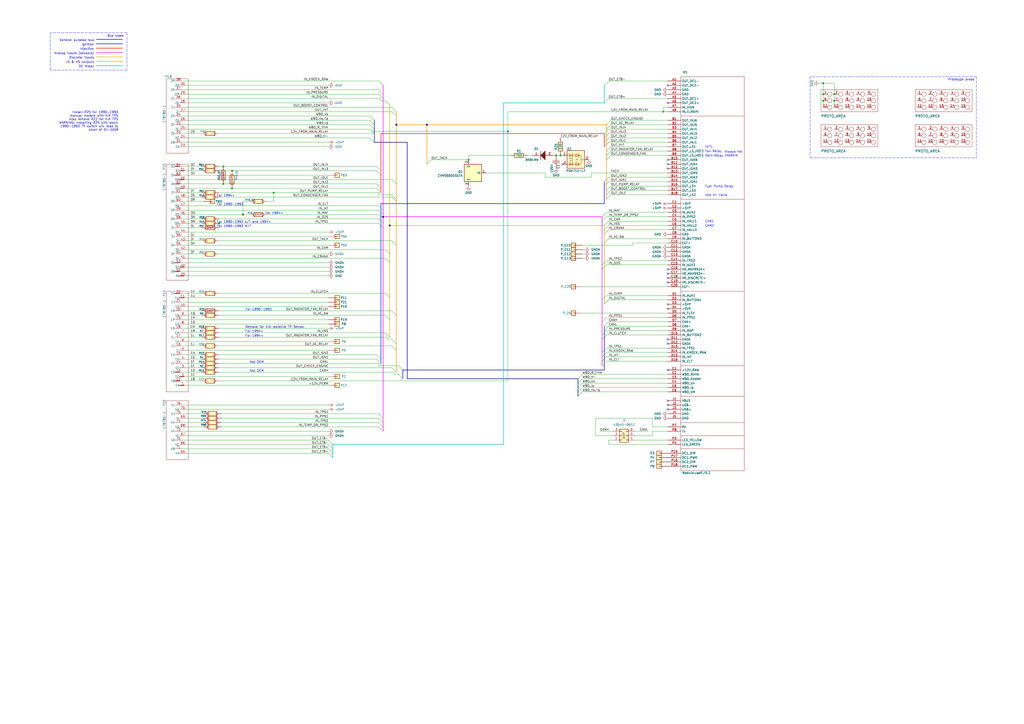
<source format=kicad_sch>
(kicad_sch (version 20230121) (generator eeschema)
  (paper "A2")
  (junction (at 483.87 54.61))
  (junction (at 477.52 54.61))
  (junction (at 271.78 92.71))
  (junction (at 134.62 109.22))
  (junction (at 140.97 124.46) (diameter 1.016))
  (junction (at 384.81 64.77))
  (junction (at 158.75 111.76))
  (junction (at 483.87 58.42))
  (junction (at 325.12 90.17))
  (junction (at 477.52 48.26))
  (junction (at 247.65 72.39))
  (junction (at 129.54 96.52))
  (junction (at 322.58 90.17))
  (junction (at 477.52 58.42))
  (junction (at 294.64 76.2))
  (junction (at 222.25 125.73))
  (junction (at 134.62 99.06))
  (junction (at 226.06 130.81))
  (junction (at 127 129.54))
  (junction (at 129.54 106.68))
  (junction (at 229.87 72.39))
  (no_connect (at 387.35 158.75))
  (no_connect (at 387.35 199.39))
  (no_connect (at 387.35 234.95))
  (no_connect (at 387.35 176.53))
  (no_connect (at 387.35 95.25))
  (no_connect (at 387.35 232.41))
  (no_connect (at 387.35 237.49))
  (no_connect (at 387.35 97.79))
  (no_connect (at 387.35 161.29))
  (no_connect (at 387.35 214.63))
  (no_connect (at 387.35 92.71))
  (no_connect (at 387.35 163.83))
  (no_connect (at 387.35 49.53))
  (no_connect (at 387.35 156.21))
  (no_connect (at 387.35 59.69))
  (no_connect (at 326.39 95.25))
  (no_connect (at 387.35 179.07))
  (no_connect (at 387.35 196.85))
  (bus_entry (at 337.82 217.17) (size -2.54 2.54))
  (bus_entry (at 337.82 219.71) (size -2.54 2.54))
  (bus_entry (at 227.33 139.7) (size 2.54 2.54))
  (bus_entry (at 227.33 180.34) (size 2.54 2.54))
  (bus_entry (at 354.33 85.09) (size -2.54 2.54))
  (bus_entry (at 219.71 52.07) (size 2.54 2.54))
  (bus_entry (at 354.33 107.95) (size -2.54 2.54))
  (bus_entry (at 219.71 119.38) (size 2.54 2.54))
  (bus_entry (at 223.52 149.86) (size 2.54 2.54))
  (bus_entry (at 190.5 255.27) (size 2.54 2.54))
  (bus_entry (at 351.79 184.15) (size -2.54 2.54))
  (bus_entry (at 227.33 113.03) (size 2.54 2.54))
  (bus_entry (at 218.44 109.22) (size 2.54 2.54))
  (bus_entry (at 353.06 46.99) (size -2.54 2.54))
  (bus_entry (at 351.79 125.73) (size -2.54 2.54))
  (bus_entry (at 218.44 208.28) (size 2.54 2.54))
  (bus_entry (at 353.06 189.23) (size -2.54 2.54))
  (bus_entry (at 227.33 196.85) (size 2.54 2.54))
  (bus_entry (at 351.79 194.31) (size -2.54 2.54))
  (bus_entry (at 354.33 69.85) (size -2.54 2.54))
  (bus_entry (at 218.44 205.74) (size 2.54 2.54))
  (bus_entry (at 354.33 110.49) (size -2.54 2.54))
  (bus_entry (at 219.71 242.57) (size 2.54 2.54))
  (bus_entry (at 219.71 127) (size 2.54 2.54))
  (bus_entry (at 190.5 262.89) (size 2.54 2.54))
  (bus_entry (at 219.71 124.46) (size 2.54 2.54))
  (bus_entry (at 337.82 227.33) (size -2.54 2.54))
  (bus_entry (at 353.06 105.41) (size -2.54 2.54))
  (bus_entry (at 353.06 173.99) (size -2.54 2.54))
  (bus_entry (at 190.5 260.35) (size 2.54 2.54))
  (bus_entry (at 214.63 80.01) (size 2.54 2.54))
  (bus_entry (at 223.52 182.88) (size 2.54 2.54))
  (bus_entry (at 218.44 106.68) (size 2.54 2.54))
  (bus_entry (at 218.44 96.52) (size 2.54 2.54))
  (bus_entry (at 223.52 170.18) (size 2.54 2.54))
  (bus_entry (at 354.33 90.17) (size -2.54 2.54))
  (bus_entry (at 223.52 58.42) (size 2.54 2.54))
  (bus_entry (at 219.71 54.61) (size 2.54 2.54))
  (bus_entry (at 351.79 201.93) (size -2.54 2.54))
  (bus_entry (at 351.79 207.01) (size -2.54 2.54))
  (bus_entry (at 337.82 224.79) (size -2.54 2.54))
  (bus_entry (at 227.33 200.66) (size 2.54 2.54))
  (bus_entry (at 214.63 67.31) (size 2.54 2.54))
  (bus_entry (at 353.06 82.55) (size -2.54 2.54))
  (bus_entry (at 214.63 69.85) (size 2.54 2.54))
  (bus_entry (at 223.52 193.04) (size 2.54 2.54))
  (bus_entry (at 231.14 212.09) (size 2.54 2.54))
  (bus_entry (at 354.33 72.39) (size -2.54 2.54))
  (bus_entry (at 351.79 151.13) (size -2.54 2.54))
  (bus_entry (at 351.79 204.47) (size -2.54 2.54))
  (bus_entry (at 219.71 247.65) (size 2.54 2.54))
  (bus_entry (at 351.79 191.77) (size -2.54 2.54))
  (bus_entry (at 227.33 62.23) (size 2.54 2.54))
  (bus_entry (at 353.06 102.87) (size -2.54 2.54))
  (bus_entry (at 353.06 74.93) (size -2.54 2.54))
  (bus_entry (at 219.71 121.92) (size 2.54 2.54))
  (bus_entry (at 219.71 245.11) (size 2.54 2.54))
  (bus_entry (at 351.79 171.45) (size -2.54 2.54))
  (bus_entry (at 219.71 129.54) (size 2.54 2.54))
  (bus_entry (at 190.5 257.81) (size 2.54 2.54))
  (bus_entry (at 351.79 209.55) (size -2.54 2.54))
  (bus_entry (at 351.79 153.67) (size -2.54 2.54))
  (bus_entry (at 214.63 72.39) (size 2.54 2.54))
  (bus_entry (at 354.33 87.63) (size -2.54 2.54))
  (bus_entry (at 219.71 46.99) (size 2.54 2.54))
  (bus_entry (at 218.44 99.06) (size 2.54 2.54))
  (bus_entry (at 353.06 130.81) (size -2.54 2.54))
  (bus_entry (at 214.63 74.93) (size 2.54 2.54))
  (bus_entry (at 227.33 64.77) (size 2.54 2.54))
  (bus_entry (at 227.33 104.14) (size 2.54 2.54))
  (bus_entry (at 337.82 222.25) (size -2.54 2.54))
  (bus_entry (at 353.06 57.15) (size -2.54 2.54))
  (bus_entry (at 353.06 128.27) (size -2.54 2.54))
  (bus_entry (at 353.06 80.01) (size -2.54 2.54))
  (bus_entry (at 353.06 186.69) (size -2.54 2.54))
  (bus_entry (at 353.06 133.35) (size -2.54 2.54))
  (bus_entry (at 353.06 77.47) (size -2.54 2.54))
  (bus_entry (at 351.79 123.19) (size -2.54 2.54))
  (bus_entry (at 219.71 240.03) (size 2.54 2.54))
  (bus_entry (at 227.33 114.3) (size 2.54 2.54))
  (bus_entry (at 223.52 144.78) (size 2.54 2.54))
  (bus_entry (at 353.06 138.43) (size -2.54 2.54))
  (bus_entry (at 354.33 113.03) (size -2.54 2.54))
  (bus_entry (at 250.19 92.71) (size -2.54 2.54))
  (bus_entry (at 227.33 213.36) (size 2.54 2.54))
  (bus_entry (at 231.14 217.17) (size 2.54 2.54))
  (bus (pts (xy 349.25 125.73) (xy 349.25 128.27)) (stroke (width 0) (color 255 0 255 1)))
  (wire (pts (xy 353.06 189.23) (xy 387.35 189.23)))
  (wire (pts (xy 339.09 144.78) (xy 337.82 144.78)))
  (wire (pts (xy 351.79 207.01) (xy 387.35 207.01)))
  (wire (pts (xy 140.97 124.46) (xy 107.95 124.46)))
  (wire (pts (xy 128.27 242.57) (xy 219.71 242.57)))
  (wire (pts (xy 107.95 223.52) (xy 190.5 223.52)))
  (bus (pts (xy 222.25 127) (xy 222.25 125.73)) (stroke (width 0) (color 255 0 255 1)))
  (wire (pts (xy 105.41 62.23) (xy 227.33 62.23)))
  (bus (pts (xy 71.12 25.4) (xy 55.88 25.4)) (stroke (width 0.3048) (color 0 0 255 1)))
  (wire (pts (xy 353.06 46.99) (xy 387.35 46.99)))
  (bus (pts (xy 71.12 27.94) (xy 55.88 27.94)) (stroke (width 0.3048) (color 255 0 0 1)))
  (bus (pts (xy 226.06 172.72) (xy 226.06 185.42)) (stroke (width 0) (color 194 194 0 1)))
  (bus (pts (xy 292.1 257.81) (xy 193.04 257.81)) (stroke (width 0) (color 0 194 194 1)))
  (bus (pts (xy 349.25 156.21) (xy 349.25 173.99)) (stroke (width 0) (color 255 0 255 1)))
  (wire (pts (xy 154.94 116.84) (xy 158.75 116.84)))
  (bus (pts (xy 222.25 124.46) (xy 222.25 125.73)) (stroke (width 0) (color 255 0 255 1)))
  (bus (pts (xy 229.87 72.39) (xy 247.65 72.39)) (stroke (width 0) (color 255 153 0 1)))
  (wire (pts (xy 351.79 204.47) (xy 387.35 204.47)))
  (wire (pts (xy 325.12 90.17) (xy 322.58 90.17)))
  (wire (pts (xy 154.94 124.46) (xy 219.71 124.46)))
  (bus (pts (xy 193.04 262.89) (xy 193.04 265.43)) (stroke (width 0) (color 0 194 194 1)))
  (wire (pts (xy 105.41 147.32) (xy 116.84 147.32)))
  (wire (pts (xy 127 99.06) (xy 134.62 99.06)))
  (bus (pts (xy 351.79 74.93) (xy 351.79 87.63)) (stroke (width 0) (color 255 153 0 1)))
  (bus (pts (xy 229.87 64.77) (xy 229.87 67.31)) (stroke (width 0) (color 255 153 0 1)))
  (bus (pts (xy 222.25 129.54) (xy 222.25 127)) (stroke (width 0) (color 255 0 255 1)))
  (wire (pts (xy 337.82 181.61) (xy 387.35 181.61)))
  (bus (pts (xy 229.87 72.39) (xy 229.87 106.68)) (stroke (width 0) (color 255 153 0 1)))
  (wire (pts (xy 105.41 67.31) (xy 214.63 67.31)))
  (bus (pts (xy 229.87 116.84) (xy 229.87 142.24)) (stroke (width 0) (color 255 153 0 1)))
  (wire (pts (xy 190.5 175.26) (xy 105.41 175.26)))
  (wire (pts (xy 354.33 110.49) (xy 387.35 110.49)))
  (wire (pts (xy 477.52 58.42) (xy 477.52 62.23)))
  (bus (pts (xy 193.04 260.35) (xy 193.04 262.89)) (stroke (width 0) (color 0 194 194 1)))
  (bus (pts (xy 217.17 82.55) (xy 236.22 82.55)))
  (wire (pts (xy 105.41 255.27) (xy 190.5 255.27)))
  (polyline (pts (xy 469.9 44.45) (xy 469.9 91.44)) (stroke (width 0) (type dash)))
  (wire (pts (xy 351.79 125.73) (xy 387.35 125.73)))
  (wire (pts (xy 353.06 186.69) (xy 387.35 186.69)))
  (wire (pts (xy 127 215.9) (xy 228.6 215.9)))
  (bus (pts (xy 350.52 82.55) (xy 350.52 85.09)) (stroke (width 0) (color 255 0 0 1)))
  (wire (pts (xy 144.78 124.46) (xy 140.97 124.46)))
  (wire (pts (xy 107.95 218.44) (xy 190.5 218.44)))
  (wire (pts (xy 353.06 130.81) (xy 387.35 130.81)))
  (wire (pts (xy 128.27 245.11) (xy 219.71 245.11)))
  (wire (pts (xy 105.41 200.66) (xy 116.84 200.66)))
  (wire (pts (xy 107.95 69.85) (xy 214.63 69.85)))
  (bus (pts (xy 292.1 59.69) (xy 292.1 257.81)) (stroke (width 0) (color 0 194 194 1)))
  (bus (pts (xy 226.06 60.96) (xy 226.06 130.81)) (stroke (width 0) (color 194 194 0 1)))
  (bus (pts (xy 349.25 209.55) (xy 349.25 212.09)) (stroke (width 0) (color 255 0 255 1)))
  (wire (pts (xy 337.82 219.71) (xy 387.35 219.71)))
  (wire (pts (xy 127 210.82) (xy 219.71 210.82)))
  (bus (pts (xy 350.52 140.97) (xy 350.52 176.53)) (stroke (width 0) (color 194 194 0 1)))
  (bus (pts (xy 350.52 105.41) (xy 350.52 107.95)) (stroke (width 0) (color 0 0 255 1)))
  (wire (pts (xy 105.41 82.55) (xy 190.5 82.55)))
  (bus (pts (xy 217.17 69.85) (xy 217.17 72.39)))
  (wire (pts (xy 337.82 217.17) (xy 387.35 217.17)))
  (wire (pts (xy 378.46 247.65) (xy 387.35 247.65)))
  (wire (pts (xy 105.41 157.48) (xy 190.5 157.48)))
  (wire (pts (xy 107.95 193.04) (xy 116.84 193.04)))
  (wire (pts (xy 224.79 195.58) (xy 224.79 196.85)))
  (wire (pts (xy 351.79 184.15) (xy 387.35 184.15)))
  (wire (pts (xy 107.95 104.14) (xy 227.33 104.14)))
  (wire (pts (xy 127 220.98) (xy 294.64 220.98)))
  (bus (pts (xy 247.65 72.39) (xy 247.65 95.25)) (stroke (width 0) (color 255 153 0 1)))
  (wire (pts (xy 353.06 133.35) (xy 387.35 133.35)))
  (wire (pts (xy 224.79 196.85) (xy 227.33 196.85)))
  (wire (pts (xy 219.71 212.09) (xy 231.14 212.09)))
  (polyline (pts (xy 29.21 40.64) (xy 29.21 19.05)) (stroke (width 0) (type dash)))
  (bus (pts (xy 226.06 130.81) (xy 226.06 147.32)) (stroke (width 0) (color 194 194 0 1)))
  (bus (pts (xy 220.98 101.6) (xy 220.98 109.22)) (stroke (width 0) (color 255 0 0 1)))
  (bus (pts (xy 350.52 189.23) (xy 350.52 191.77)))
  (wire (pts (xy 345.44 252.73) (xy 355.6 252.73)))
  (wire (pts (xy 107.95 80.01) (xy 214.63 80.01)))
  (bus (pts (xy 222.25 242.57) (xy 222.25 132.08)) (stroke (width 0) (color 255 0 255 1)))
  (wire (pts (xy 127 195.58) (xy 224.79 195.58)))
  (wire (pts (xy 107.95 237.49) (xy 190.5 237.49)))
  (bus (pts (xy 220.98 77.47) (xy 220.98 99.06)) (stroke (width 0) (color 255 0 0 1)))
  (wire (pts (xy 351.79 191.77) (xy 387.35 191.77)))
  (wire (pts (xy 107.95 119.38) (xy 219.71 119.38)))
  (wire (pts (xy 105.41 234.95) (xy 190.5 234.95)))
  (wire (pts (xy 345.44 242.57) (xy 345.44 252.73)))
  (bus (pts (xy 226.06 130.81) (xy 350.52 130.81)) (stroke (width 0) (color 194 194 0 1)))
  (wire (pts (xy 107.95 198.12) (xy 190.5 198.12)))
  (wire (pts (xy 367.03 142.24) (xy 367.03 140.97)))
  (wire (pts (xy 353.06 74.93) (xy 387.35 74.93)))
  (wire (pts (xy 105.41 96.52) (xy 116.84 96.52)))
  (wire (pts (xy 353.06 102.87) (xy 387.35 102.87)))
  (wire (pts (xy 105.41 72.39) (xy 214.63 72.39)))
  (wire (pts (xy 474.98 48.26) (xy 477.52 48.26)))
  (wire (pts (xy 127 139.7) (xy 227.33 139.7)))
  (wire (pts (xy 378.46 247.65) (xy 378.46 242.57)))
  (wire (pts (xy 105.41 152.4) (xy 190.5 152.4)))
  (wire (pts (xy 105.41 240.03) (xy 118.11 240.03)))
  (bus (pts (xy 335.28 224.79) (xy 335.28 227.33)))
  (wire (pts (xy 107.95 154.94) (xy 190.5 154.94)))
  (wire (pts (xy 127 77.47) (xy 215.9 77.47)))
  (bus (pts (xy 351.79 87.63) (xy 351.79 90.17)) (stroke (width 0) (color 255 153 0 1)))
  (wire (pts (xy 228.6 217.17) (xy 231.14 217.17)))
  (bus (pts (xy 351.79 110.49) (xy 351.79 113.03)) (stroke (width 0) (color 255 153 0 1)))
  (bus (pts (xy 350.52 77.47) (xy 350.52 80.01)) (stroke (width 0) (color 255 0 0 1)))
  (wire (pts (xy 134.62 99.06) (xy 218.44 99.06)))
  (wire (pts (xy 354.33 107.95) (xy 387.35 107.95)))
  (wire (pts (xy 219.71 210.82) (xy 219.71 212.09)))
  (wire (pts (xy 294.64 64.77) (xy 384.81 64.77)))
  (wire (pts (xy 118.11 116.84) (xy 105.41 116.84)))
  (wire (pts (xy 105.41 260.35) (xy 190.5 260.35)))
  (bus (pts (xy 220.98 208.28) (xy 220.98 210.82)) (stroke (width 0) (color 0 0 255 1)))
  (bus (pts (xy 222.25 245.11) (xy 222.25 242.57)) (stroke (width 0) (color 255 0 255 1)))
  (wire (pts (xy 351.79 123.19) (xy 387.35 123.19)))
  (bus (pts (xy 349.25 204.47) (xy 349.25 207.01)) (stroke (width 0) (color 255 0 255 1)))
  (bus (pts (xy 350.52 191.77) (xy 350.52 214.63)))
  (wire (pts (xy 378.46 250.19) (xy 387.35 250.19)))
  (wire (pts (xy 127 127) (xy 219.71 127)))
  (bus (pts (xy 222.25 250.19) (xy 222.25 247.65)) (stroke (width 0) (color 255 0 255 1)))
  (wire (pts (xy 351.79 201.93) (xy 387.35 201.93)))
  (wire (pts (xy 351.79 209.55) (xy 387.35 209.55)))
  (wire (pts (xy 128.27 247.65) (xy 219.71 247.65)))
  (wire (pts (xy 105.41 220.98) (xy 116.84 220.98)))
  (wire (pts (xy 107.95 242.57) (xy 118.11 242.57)))
  (wire (pts (xy 387.35 62.23) (xy 384.81 62.23)))
  (wire (pts (xy 337.82 227.33) (xy 387.35 227.33)))
  (bus (pts (xy 71.12 35.56) (xy 55.88 35.56)) (stroke (width 0.3048) (color 255 153 0 1)))
  (bus (pts (xy 350.52 80.01) (xy 350.52 82.55)) (stroke (width 0) (color 255 0 0 1)))
  (wire (pts (xy 105.41 210.82) (xy 116.84 210.82)))
  (bus (pts (xy 71.12 30.48) (xy 55.88 30.48)) (stroke (width 0.3048) (color 255 0 255 1)))
  (wire (pts (xy 339.09 149.86) (xy 337.82 149.86)))
  (wire (pts (xy 107.95 64.77) (xy 227.33 64.77)))
  (wire (pts (xy 354.33 72.39) (xy 387.35 72.39)))
  (wire (pts (xy 294.64 76.2) (xy 294.64 220.98)))
  (wire (pts (xy 339.09 147.32) (xy 337.82 147.32)))
  (wire (pts (xy 354.33 85.09) (xy 387.35 85.09)))
  (wire (pts (xy 367.03 140.97) (xy 387.35 140.97)))
  (wire (pts (xy 316.23 102.87) (xy 342.9 102.87)))
  (bus (pts (xy 71.12 22.86) (xy 55.88 22.86)))
  (wire (pts (xy 483.87 58.42) (xy 483.87 54.61)))
  (wire (pts (xy 347.98 250.19) (xy 355.6 250.19)))
  (wire (pts (xy 127 182.88) (xy 223.52 182.88)))
  (wire (pts (xy 220.98 58.42) (xy 223.52 58.42)))
  (wire (pts (xy 105.41 106.68) (xy 129.54 106.68)))
  (bus (pts (xy 351.79 90.17) (xy 351.79 92.71)) (stroke (width 0) (color 255 153 0 1)))
  (wire (pts (xy 219.71 113.03) (xy 227.33 113.03)))
  (polyline (pts (xy 73.66 19.05) (xy 29.21 19.05)) (stroke (width 0) (type dash)))
  (bus (pts (xy 350.52 133.35) (xy 350.52 135.89)) (stroke (width 0) (color 194 194 0 1)))
  (wire (pts (xy 105.41 195.58) (xy 116.84 195.58)))
  (wire (pts (xy 105.41 250.19) (xy 190.5 250.19)))
  (wire (pts (xy 228.6 215.9) (xy 228.6 217.17)))
  (wire (pts (xy 354.33 69.85) (xy 387.35 69.85)))
  (wire (pts (xy 190.5 177.8) (xy 107.95 177.8)))
  (wire (pts (xy 127 200.66) (xy 227.33 200.66)))
  (wire (pts (xy 107.95 262.89) (xy 190.5 262.89)))
  (bus (pts (xy 217.17 77.47) (xy 217.17 82.55)))
  (bus (pts (xy 349.25 196.85) (xy 349.25 204.47)) (stroke (width 0) (color 255 0 255 1)))
  (wire (pts (xy 105.41 245.11) (xy 118.11 245.11)))
  (bus (pts (xy 229.87 142.24) (xy 229.87 182.88)) (stroke (width 0) (color 255 153 0 1)))
  (wire (pts (xy 308.61 90.17) (xy 306.07 90.17)))
  (wire (pts (xy 107.95 252.73) (xy 190.5 252.73)))
  (wire (pts (xy 127 193.04) (xy 223.52 193.04)))
  (wire (pts (xy 105.41 46.99) (xy 219.71 46.99)))
  (wire (pts (xy 375.92 250.19) (xy 368.3 250.19)))
  (wire (pts (xy 127 208.28) (xy 218.44 208.28)))
  (bus (pts (xy 350.52 59.69) (xy 292.1 59.69)) (stroke (width 0) (color 0 194 194 1)))
  (wire (pts (xy 483.87 62.23) (xy 483.87 58.42)))
  (wire (pts (xy 215.9 77.47) (xy 215.9 76.2)))
  (wire (pts (xy 477.52 54.61) (xy 477.52 58.42)))
  (wire (pts (xy 337.82 222.25) (xy 387.35 222.25)))
  (bus (pts (xy 350.52 49.53) (xy 350.52 59.69)) (stroke (width 0) (color 0 194 194 1)))
  (wire (pts (xy 105.41 190.5) (xy 116.84 190.5)))
  (wire (pts (xy 107.95 49.53) (xy 190.5 49.53)))
  (wire (pts (xy 353.06 77.47) (xy 387.35 77.47)))
  (wire (pts (xy 107.95 182.88) (xy 116.84 182.88)))
  (wire (pts (xy 321.31 90.17) (xy 322.58 90.17)))
  (wire (pts (xy 127 147.32) (xy 190.5 147.32)))
  (wire (pts (xy 127 213.36) (xy 227.33 213.36)))
  (bus (pts (xy 222.25 247.65) (xy 222.25 245.11)) (stroke (width 0) (color 255 0 255 1)))
  (bus (pts (xy 226.06 147.32) (xy 226.06 152.4)) (stroke (width 0) (color 194 194 0 1)))
  (wire (pts (xy 158.75 111.76) (xy 127 111.76)))
  (wire (pts (xy 105.41 52.07) (xy 219.71 52.07)))
  (wire (pts (xy 353.06 255.27) (xy 355.6 255.27)))
  (bus (pts (xy 229.87 115.57) (xy 229.87 116.84)) (stroke (width 0) (color 255 153 0 1)))
  (wire (pts (xy 271.78 90.17) (xy 271.78 92.71)))
  (wire (pts (xy 129.54 96.52) (xy 218.44 96.52)))
  (wire (pts (xy 107.95 187.96) (xy 190.5 187.96)))
  (polyline (pts (xy 566.42 44.45) (xy 566.42 91.44)) (stroke (width 0) (type dash)))
  (bus (pts (xy 226.06 152.4) (xy 226.06 172.72)) (stroke (width 0) (color 194 194 0 1)))
  (bus (pts (xy 349.25 153.67) (xy 349.25 156.21)) (stroke (width 0) (color 255 0 255 1)))
  (bus (pts (xy 229.87 199.39) (xy 229.87 203.2)) (stroke (width 0) (color 255 153 0 1)))
  (wire (pts (xy 107.95 213.36) (xy 116.84 213.36)))
  (bus (pts (xy 222.25 54.61) (xy 222.25 57.15)) (stroke (width 0) (color 255 0 255 1)))
  (bus (pts (xy 217.17 72.39) (xy 217.17 74.93)))
  (wire (pts (xy 219.71 111.76) (xy 219.71 113.03)))
  (bus (pts (xy 193.04 257.81) (xy 193.04 260.35)) (stroke (width 0) (color 0 194 194 1)))
  (bus (pts (xy 229.87 67.31) (xy 229.87 72.39)) (stroke (width 0) (color 255 153 0 1)))
  (wire (pts (xy 337.82 224.79) (xy 387.35 224.79)))
  (bus (pts (xy 351.79 92.71) (xy 351.79 110.49)) (stroke (width 0) (color 255 153 0 1)))
  (wire (pts (xy 107.95 149.86) (xy 223.52 149.86)))
  (bus (pts (xy 350.52 118.11) (xy 350.52 107.95)) (stroke (width 0) (color 0 0 255 1)))
  (wire (pts (xy 295.91 90.17) (xy 271.78 90.17)))
  (wire (pts (xy 384.81 64.77) (xy 387.35 64.77)))
  (wire (pts (xy 353.06 173.99) (xy 387.35 173.99)))
  (bus (pts (xy 71.12 33.02) (xy 55.88 33.02)) (stroke (width 0.3048) (color 194 194 0 1)))
  (wire (pts (xy 354.33 90.17) (xy 387.35 90.17)))
  (wire (pts (xy 107.95 160.02) (xy 190.5 160.02)))
  (wire (pts (xy 105.41 180.34) (xy 116.84 180.34)))
  (wire (pts (xy 378.46 252.73) (xy 378.46 250.19)))
  (wire (pts (xy 107.95 144.78) (xy 223.52 144.78)))
  (bus (pts (xy 233.68 214.63) (xy 350.52 214.63)))
  (wire (pts (xy 107.95 85.09) (xy 190.5 85.09)))
  (wire (pts (xy 107.95 109.22) (xy 134.62 109.22)))
  (wire (pts (xy 353.06 105.41) (xy 387.35 105.41)))
  (wire (pts (xy 105.41 185.42) (xy 190.5 185.42)))
  (wire (pts (xy 105.41 132.08) (xy 116.84 132.08)))
  (wire (pts (xy 190.5 134.62) (xy 107.95 134.62)))
  (polyline (pts (xy 73.66 19.05) (xy 73.66 40.64)) (stroke (width 0) (type dash)))
  (wire (pts (xy 140.97 116.84) (xy 140.97 124.46)))
  (wire (pts (xy 353.06 138.43) (xy 387.35 138.43)))
  (wire (pts (xy 127 96.52) (xy 129.54 96.52)))
  (bus (pts (xy 222.25 132.08) (xy 222.25 129.54)) (stroke (width 0) (color 255 0 255 1)))
  (bus (pts (xy 217.17 74.93) (xy 217.17 77.47)))
  (wire (pts (xy 368.3 252.73) (xy 378.46 252.73)))
  (bus (pts (xy 220.98 208.28) (xy 220.98 118.11)) (stroke (width 0) (color 0 0 255 1)))
  (bus (pts (xy 222.25 49.53) (xy 222.25 54.61)) (stroke (width 0) (color 255 0 255 1)))
  (wire (pts (xy 107.95 247.65) (xy 118.11 247.65)))
  (wire (pts (xy 105.41 77.47) (xy 116.84 77.47)))
  (wire (pts (xy 107.95 54.61) (xy 219.71 54.61)))
  (wire (pts (xy 337.82 142.24) (xy 367.03 142.24)))
  (bus (pts (xy 220.98 118.11) (xy 350.52 118.11)) (stroke (width 0) (color 0 0 255 1)))
  (wire (pts (xy 220.98 58.42) (xy 220.98 57.15)))
  (wire (pts (xy 477.52 48.26) (xy 477.52 54.61)))
  (wire (pts (xy 127 129.54) (xy 127 132.08)))
  (wire (pts (xy 128.27 240.03) (xy 219.71 240.03)))
  (bus (pts (xy 350.52 130.81) (xy 350.52 133.35)) (stroke (width 0) (color 194 194 0 1)))
  (wire (pts (xy 354.33 113.03) (xy 387.35 113.03)))
  (polyline (pts (xy 566.42 44.45) (xy 469.9 44.45)) (stroke (width 0) (type dash)))
  (bus (pts (xy 222.25 125.73) (xy 349.25 125.73)) (stroke (width 0) (color 255 0 255 1)))
  (wire (pts (xy 190.5 101.6) (xy 105.41 101.6)))
  (bus (pts (xy 349.25 173.99) (xy 349.25 186.69)) (stroke (width 0) (color 255 0 255 1)))
  (wire (pts (xy 105.41 137.16) (xy 190.5 137.16)))
  (polyline (pts (xy 73.66 40.64) (xy 29.21 40.64)) (stroke (width 0) (type dash)))
  (bus (pts (xy 220.98 109.22) (xy 220.98 111.76)) (stroke (width 0) (color 255 0 0 1)))
  (bus (pts (xy 233.68 219.71) (xy 233.68 214.63)))
  (bus (pts (xy 335.28 219.71) (xy 335.28 222.25)))
  (wire (pts (xy 483.87 54.61) (xy 483.87 48.26)))
  (wire (pts (xy 105.41 127) (xy 116.84 127)))
  (wire (pts (xy 326.39 90.17) (xy 325.12 90.17)))
  (wire (pts (xy 354.33 87.63) (xy 387.35 87.63)))
  (wire (pts (xy 215.9 76.2) (xy 294.64 76.2)))
  (wire (pts (xy 351.79 153.67) (xy 387.35 153.67)))
  (wire (pts (xy 107.95 74.93) (xy 214.63 74.93)))
  (wire (pts (xy 342.9 100.33) (xy 387.35 100.33)))
  (wire (pts (xy 107.95 99.06) (xy 116.84 99.06)))
  (wire (pts (xy 105.41 205.74) (xy 116.84 205.74)))
  (wire (pts (xy 116.84 129.54) (xy 107.95 129.54)))
  (bus (pts (xy 335.28 227.33) (xy 335.28 229.87)))
  (wire (pts (xy 351.79 151.13) (xy 387.35 151.13)))
  (wire (pts (xy 116.84 114.3) (xy 107.95 114.3)))
  (bus (pts (xy 236.22 219.71) (xy 335.28 219.71)))
  (wire (pts (xy 127 129.54) (xy 219.71 129.54)))
  (wire (pts (xy 378.46 242.57) (xy 345.44 242.57)))
  (wire (pts (xy 107.95 257.81) (xy 190.5 257.81)))
  (wire (pts (xy 483.87 48.26) (xy 477.52 48.26)))
  (wire (pts (xy 129.54 106.68) (xy 218.44 106.68)))
  (bus (pts (xy 71.12 38.1) (xy 55.88 38.1)) (stroke (width 0.3048) (color 0 194 194 1)))
  (bus (pts (xy 349.25 194.31) (xy 349.25 196.85)) (stroke (width 0) (color 255 0 255 1)))
  (wire (pts (xy 105.41 170.18) (xy 116.84 170.18)))
  (wire (pts (xy 353.06 128.27) (xy 387.35 128.27)))
  (wire (pts (xy 351.79 171.45) (xy 387.35 171.45)))
  (wire (pts (xy 105.41 111.76) (xy 116.84 111.76)))
  (wire (pts (xy 368.3 255.27) (xy 387.35 255.27)))
  (bus (pts (xy 351.79 72.39) (xy 351.79 74.93)) (stroke (width 0) (color 255 153 0 1)))
  (bus (pts (xy 350.52 135.89) (xy 350.52 140.97)) (stroke (width 0) (color 194 194 0 1)))
  (wire (pts (xy 107.95 172.72) (xy 190.5 172.72)))
  (wire (pts (xy 116.84 139.7) (xy 107.95 139.7)))
  (wire (pts (xy 134.62 109.22) (xy 218.44 109.22)))
  (wire (pts (xy 107.95 208.28) (xy 116.84 208.28)))
  (bus (pts (xy 222.25 57.15) (xy 222.25 121.92)) (stroke (width 0) (color 255 0 255 1)))
  (wire (pts (xy 127 190.5) (xy 190.5 190.5)))
  (wire (pts (xy 127 180.34) (xy 227.33 180.34)))
  (wire (pts (xy 281.94 100.33) (xy 316.23 100.33)))
  (bus (pts (xy 229.87 182.88) (xy 229.87 199.39)) (stroke (width 0) (color 255 153 0 1)))
  (wire (pts (xy 127 170.18) (xy 223.52 170.18)))
  (polyline (pts (xy 469.9 91.44) (xy 566.42 91.44)) (stroke (width 0) (type dash)))
  (wire (pts (xy 294.64 76.2) (xy 294.64 64.77)))
  (bus (pts (xy 335.28 222.25) (xy 335.28 224.79)))
  (bus (pts (xy 226.06 185.42) (xy 226.06 195.58)) (stroke (width 0) (color 194 194 0 1)))
  (wire (pts (xy 353.06 257.81) (xy 353.06 255.27)))
  (bus (pts (xy 236.22 82.55) (xy 236.22 219.71)))
  (bus (pts (xy 247.65 72.39) (xy 351.79 72.39)) (stroke (width 0) (color 255 153 0 1)))
  (bus (pts (xy 351.79 113.03) (xy 351.79 115.57)) (stroke (width 0) (color 255 153 0 1)))
  (bus (pts (xy 222.25 121.92) (xy 222.25 124.46)) (stroke (width 0) (color 255 0 255 1)))
  (wire (pts (xy 105.41 121.92) (xy 219.71 121.92)))
  (wire (pts (xy 127 114.3) (xy 227.33 114.3)))
  (bus (pts (xy 229.87 203.2) (xy 229.87 215.9)) (stroke (width 0) (color 255 153 0 1)))
  (bus (pts (xy 350.52 77.47) (xy 220.98 77.47)) (stroke (width 0) (color 255 0 0 1)))
  (wire (pts (xy 144.78 116.84) (xy 140.97 116.84)))
  (bus (pts (xy 229.87 106.68) (xy 229.87 115.57)) (stroke (width 0) (color 255 153 0 1)))
  (bus (pts (xy 349.25 128.27) (xy 349.25 153.67)) (stroke (width 0) (color 255 0 255 1)))
  (wire (pts (xy 158.75 116.84) (xy 158.75 111.76)))
  (wire (pts (xy 342.9 102.87) (xy 342.9 100.33)))
  (wire (pts (xy 353.06 57.15) (xy 387.35 57.15)))
  (wire (pts (xy 158.75 111.76) (xy 219.71 111.76)))
  (wire (pts (xy 353.06 80.01) (xy 387.35 80.01)))
  (wire (pts (xy 250.19 92.71) (xy 271.78 92.71)))
  (wire (pts (xy 105.41 142.24) (xy 190.5 142.24)))
  (bus (pts (xy 349.25 207.01) (xy 349.25 209.55)) (stroke (width 0) (color 255 0 255 1)))
  (wire (pts (xy 105.41 215.9) (xy 116.84 215.9)))
  (wire (pts (xy 353.06 82.55) (xy 387.35 82.55)))
  (wire (pts (xy 384.81 62.23) (xy 384.81 64.77)))
  (wire (pts (xy 351.79 194.31) (xy 387.35 194.31)))
  (wire (pts (xy 316.23 100.33) (xy 316.23 102.87)))
  (wire (pts (xy 190.5 203.2) (xy 107.95 203.2)))
  (wire (pts (xy 107.95 59.69) (xy 190.5 59.69)))
  (bus (pts (xy 349.25 186.69) (xy 349.25 194.31)) (stroke (width 0) (color 255 0 255 1)))
  (wire (pts (xy 220.98 57.15) (xy 105.41 57.15)))
  (wire (pts (xy 387.35 257.81) (xy 353.06 257.81)))
  (wire (pts (xy 337.82 166.37) (xy 387.35 166.37)))
  (wire (pts (xy 127 205.74) (xy 218.44 205.74)))
  (bus (pts (xy 220.98 99.06) (xy 220.98 101.6)) (stroke (width 0) (color 255 0 0 1)))
  (text "For 1994+\n" (at 142.24 193.04 0) (effects (font (size 1.27 1.27)) (justify left bottom)))
  (text "Injection" (at 54.61 29.21 0) (effects (font (size 1.27 1.27)) (justify right bottom)))
  (text "For 1990-1993" (at 125.73 119.38 0) (effects (font (size 1.27 1.27)) (justify left bottom)))
  (text "Discrete inputs" (at 54.61 34.29 0) (effects (font (size 1.27 1.27)) (justify right bottom)))
  (text "Not OEM" (at 144.78 215.9 0) (effects (font (size 1.27 1.27)) (justify left bottom)))
  (text "General purpose bus" (at 54.61 24.13 0) (effects (font (size 1.27 1.27)) (justify right bottom)))
  (text "For 1990-1993\n" (at 142.24 180.34 0) (effects (font (size 1.27 1.27)) (justify left bottom)))
  (text "Not OEM" (at 144.78 210.82 0) (effects (font (size 1.27 1.27)) (justify left bottom)))
  (text "Bus types" (at 62.23 21.59 0) (effects (font (size 1.27 1.27)) (justify left bottom)))
  (text "For 1994+" (at 142.24 195.58 0) (effects (font (size 1.27 1.27)) (justify left bottom)))
  (text "LS & HS outputs" (at 54.61 36.83 0) (effects (font (size 1.27 1.27)) (justify right bottom)))
  (text "Install R25 for 1990-1993\nmanual models with KIA TPS\nAlso remove R22 for KIA TPS\nWARNING: Installing R25 with stock\n1990-1993 TP switch will lead to\nshort of 5V-GND!" (at 68.58 76.2 0) (effects (font (size 1.27 1.27)) (justify right bottom)))
  (text "For 1990-1993 M/T" (at 125.73 132.08 0) (effects (font (size 1.27 1.27)) (justify left bottom)))
  (text "For 1994+\n" (at 153.67 124.46 0) (effects (font (size 1.27 1.27)) (justify left bottom)))
  (text "For 1990-1993 A/T and 1994+" (at 125.73 129.54 0) (effects (font (size 1.27 1.27)) (justify left bottom)))
  (text "DC Motor" (at 54.61 39.37 0) (effects (font (size 1.27 1.27)) (justify right bottom)))
  (text "For 1994+" (at 125.73 114.3 0) (effects (font (size 1.27 1.27)) (justify left bottom)))
  (text "Prototype areas" (at 549.91 46.99 0) (effects (font (size 1.27 1.27)) (justify left bottom)))
  (text "Ignition" (at 54.61 26.67 0) (effects (font (size 1.27 1.27)) (justify right bottom)))
  (text "Remove for KIA resistive TP Sensor" (at 142.24 190.5 0) (effects (font (size 1.27 1.27)) (justify left bottom)))
  (text "Analog inputs (sensors)" (at 54.61 31.75 0) (effects (font (size 1.27 1.27)) (justify right bottom)))
  (label "IN_MAF" (at 190.5 124.46 180))
  (label "+12V_PERM" (at 190.5 223.52 180))
  (label "IN_AC_SW" (at 190.5 182.88 180))
  (label "WBO_Vs{slash}Ip" (at 337.82 227.33 0))
  (label "IN_CAM" (at 190.5 144.78 180))
  (label "IN_PRESSURE" (at 190.5 54.61 180))
  (label "12V_FROM_MAIN_RELAY" (at 354.33 64.77 0))
  (label "OUT_VVT" (at 190.5 64.77 180))
  (label "OUT_CONDENSER_FAN" (at 354.33 90.17 0))
  (label "3X" (at 110.49 101.6 0))
  (label "IN_CLT" (at 190.5 119.38 180))
  (label "OUT_INJ4" (at 190.5 96.52 180))
  (label "1G" (at 110.49 208.28 0))
  (label "IN_PPS1" (at 190.5 242.57 180))
  (label "IN_TPS2" (at 190.5 245.11 180))
  (label "IN_MAF" (at 353.06 123.19 0))
  (label "1V" (at 110.49 170.18 0))
  (label "12V_FROM_MAIN_RELAY" (at 190.5 77.47 180))
  (label "IN_IAT" (at 353.06 207.01 0))
  (label "WBO_H-" (at 337.82 219.71 0))
  (label "IN_TEMP" (at 353.06 171.45 0))
  (label "OUT_ETB+" (at 190.5 262.89 180))
  (label "IN_KNOCK_RAW" (at 353.06 204.47 0))
  (label "IN_KNOCK_RAW" (at 190.5 46.99 180))
  (label "IN_TPS1" (at 190.5 129.54 180))
  (label "1Q" (at 110.49 182.88 0))
  (label "OUT_RADIATOR_FAN_RELAY" (at 354.33 87.63 0))
  (label "3R" (at 110.49 116.84 0))
  (label "IN_IAT" (at 190.5 121.92 180))
  (label "WBO_Ip" (at 337.82 224.79 0))
  (label "IN_PPS1" (at 353.06 184.15 0))
  (label "3S" (at 110.49 114.3 0))
  (label "1P" (at 110.49 185.42 0))
  (label "IN_TEMP_OR_PPS2" (at 353.06 125.73 0))
  (label "1B" (at 110.49 220.98 0))
  (label "3J" (at 110.49 137.16 0))
  (label "OUT_ETB-" (at 190.5 257.81 180))
  (label "IN_DIGITAL" (at 353.06 173.99 0))
  (label "OUT_TACH" (at 190.5 139.7 180))
  (label "IN_CLUTCH" (at 353.06 194.31 0))
  (label "1F" (at 110.49 210.82 0))
  (label "3I" (at 110.49 139.7 0))
  (label "OUT_ETB+" (at 353.06 57.15 0))
  (label "3M" (at 110.49 129.54 0))
  (label "IN_TEMP" (at 190.5 52.07 180))
  (label "CANH" (at 190.5 215.9 180))
  (label "1O" (at 110.49 187.96 0))
  (label "OUT_BOOST_CONTROL" (at 354.33 110.49 0))
  (label "OUT_IGN1" (at 354.33 105.41 0))
  (label "WBO_Vs" (at 190.5 67.31 180))
  (label "OUT_INJ1" (at 354.33 82.55 0))
  (label "3Z" (at 110.49 96.52 0))
  (label "WBO_H-" (at 190.5 80.01 180))
  (label "1D" (at 110.49 215.9 0))
  (label "1M" (at 110.49 193.04 0))
  (label "OUT_IDLE" (at 190.5 104.14 180))
  (label "3T" (at 110.49 111.76 0))
  (label "OUT_PUMP_RELAY" (at 190.5 111.76 180))
  (label "IN_TEMP_OR_PPS2" (at 190.5 247.65 180))
  (label "OUT_AC_RELAY" (at 354.33 72.39 0))
  (label "OUT_CHECK_ENGINE" (at 354.33 69.85 0))
  (label "OUT_CONDENSER_FAN" (at 190.5 114.3 180))
  (label "2D" (at 110.49 77.47 0))
  (label "IN_CRANK" (at 353.06 133.35 0))
  (label "OUT_IDLE" (at 354.33 113.03 0))
  (label "IN_O2S" (at 353.06 153.67 0))
  (label "OUT_PUMP_RELAY" (at 354.33 107.95 0))
  (label "OUT_INJ3" (at 354.33 77.47 0))
  (label "WBO_R_Trim" (at 337.82 217.17 0))
  (label "OUT_INJ2" (at 354.33 80.01 0))
  (label "OUT_CHECK_ENGINE" (at 190.5 213.36 180))
  (label "OUT_INJ4" (at 354.33 74.93 0))
  (label "WBO_Ip" (at 190.5 72.39 180))
  (label "1C" (at 110.49 218.44 0))
  (label "3N" (at 110.49 127 0))
  (label "3H" (at 110.49 142.24 0))
  (label "CANL" (at 190.5 210.82 180))
  (label "OUT_IGN1" (at 190.5 208.28 180))
  (label "IN_TPS2" (at 353.06 151.13 0))
  (label "1L" (at 110.49 195.58 0))
  (label "WBO_Vs" (at 337.82 222.25 0))
  (label "OUT_INJ3" (at 190.5 99.06 180))
  (label "1J" (at 110.49 200.66 0))
  (label "IN_AC_SW" (at 353.06 138.43 0))
  (label "1H" (at 110.49 205.74 0))
  (label "IN_CRANK" (at 190.5 149.86 180))
  (label "OUT_ETB-" (at 190.5 255.27 180))
  (label "IN_CLT" (at 353.06 209.55 0))
  (label "3Y" (at 110.49 99.06 0))
  (label "OUT_RADIATOR_FAN_RELAY" (at 190.5 180.34 180))
  (label "IN_TPS1" (at 353.06 201.93 0))
  (label "OUT_INJ2" (at 190.5 106.68 180))
  (label "3O" (at 110.49 124.46 0))
  (label "CANL" (at 353.06 189.23 0))
  (label "WBO_R_Trim" (at 190.5 74.93 180))
  (label "IN_CLUTCH" (at 190.5 170.18 180))
  (label "OUT_VVT" (at 354.33 85.09 0))
  (label "CANH" (at 353.06 186.69 0))
  (label "IN_DIGITAL" (at 190.5 57.15 180))
  (label "IN_VSS" (at 353.06 130.81 0))
  (label "3L" (at 110.49 132.08 0))
  (label "OUT_ETB-" (at 353.06 46.99 0))
  (label "OUT_IGN2" (at 190.5 205.74 180))
  (label "12V_FROM_MAIN_RELAY" (at 325.12 80.01 0))
  (label "CANL" (at 375.92 250.19 180))
  (label "OUT_BOOST_CONTROL" (at 190.5 62.23 180))
  (label "CANH" (at 347.98 250.19 0))
  (label "OUT_TACH" (at 250.19 92.71 0))
  (label "OUT_RADIATOR_FAN_RELAY" (at 190.5 195.58 180))
  (label "IN_VSS" (at 190.5 193.04 180))
  (label "OUT_ETB+" (at 190.5 260.35 180))
  (label "1E" (at 110.49 213.36 0))
  (label "3F" (at 110.49 147.32 0))
  (label "1N" (at 113.03 190.5 180))
  (label "OUT_AC_RELAY" (at 190.5 200.66 180))
  (label "IN_TPS1" (at 190.5 240.03 180))
  (label "WBO_Vs{slash}Ip" (at 190.5 69.85 180))
  (label "OUT_INJ1" (at 190.5 109.22 180))
  (label "IN_PRESSURE" (at 353.06 191.77 0))
  (label "TACH" (at 354.33 100.33 0))
  (label "12V_FROM_MAIN_RELAY" (at 190.5 220.98 180))
  (label "1U" (at 110.49 172.72 0))
  (label "OUT_IGN2" (at 354.33 102.87 0))
  (label "IN_O2S" (at 190.5 127 180))
  (label "IN_CAM" (at 353.06 128.27 0))
  (symbol (lib_id "hellen-one-common:Pad") (at 195.58 187.96 0) (mirror x) (unit 1)
    (property "Reference" "P8" (at 199.39 187.96 0))
    (property "Value" "Pad" (effects hide))
    (property "Footprint" "hellen-one-common:PAD-TH" (effects hide))
  )
  (symbol (lib_id "hellen-one-common:Jumper-Pad-Pad") (at 121.92 180.34 0) (mirror y) (unit 1)
    (property "Reference" "R20" (at 117.1439 179.3685 0) (effects (font (size 1.016 1.016))))
    (property "Value" "Jumper-Pad-Pad" (effects hide))
    (property "Footprint" "hellen-one-common:PAD-0805-PAD" (effects hide))
    (property "MyCommnet" "DNP" (at 121.92 180.34 0))
  )
  (symbol (lib_id "hellen-one-common:Jumper-Pad-Pad") (at 121.92 193.04 0) (mirror y) (unit 1)
    (property "Reference" "R7" (at 116.9667 192.0493 0) (effects (font (size 1.016 1.016))))
    (property "Value" "Jumper-Pad-Pad" (effects hide))
    (property "Footprint" "hellen-one-common:PAD-0805-PAD" (effects hide))
    (property "LCSC" " C17477" (effects hide))
  )
  (symbol (lib_id "power:GNDA") (at 190.5 154.94 90) (mirror x) (unit 1)
    (property "Reference" "#PWR019" (effects hide))
    (property "Value" "GNDA" (at 194.31 154.94 90) (effects (justify right)))
  )
  (symbol (lib_id "power:GNDA") (at 339.09 149.86 90) (unit 1)
    (property "Reference" "#PWR031" (effects hide))
    (property "Value" "GNDA" (at 342.9 149.86 90) (effects (justify right)))
  )
  (symbol (lib_id "hellen-one-common:Pad") (at 195.58 177.8 0) (mirror x) (unit 1)
    (property "Reference" "P10" (at 199.39 177.8 0))
    (property "Value" "Pad" (effects hide))
    (property "Footprint" "hellen-one-common:PAD-TH" (effects hide))
  )
  (symbol (lib_id "hellen-one-common:PSM712") (at 334.01 94.996 90) (mirror x) (unit 1)
    (property "Reference" "D2" (at 330.2 86.36 90))
    (property "Value" "PSM712-LF" (at 334.01 99.06 90))
    (property "Footprint" "hellen-one-common:SOT-23" (effects hide))
    (property "Datasheet" "https://datasheet.lcsc.com/lcsc/1811061632_ProTek-Devices-PSM712-LF-T7_C32677.pdf" (effects hide))
    (property "LCSC" "C32677" (effects hide))
  )
  (symbol (lib_id "power:GND") (at 387.35 135.89 270) (mirror x) (unit 1)
    (property "Reference" "#PWR06" (effects hide))
    (property "Value" "GND" (at 383.54 135.89 90) (effects (justify right)))
  )
  (symbol (lib_id "power:GNDA") (at 190.5 252.73 90) (mirror x) (unit 1)
    (property "Reference" "#PWR022" (effects hide))
    (property "Value" "GNDA" (at 194.31 252.73 90) (effects (justify right)))
  )
  (symbol (lib_id "hellen-one-common:Pad") (at 332.74 147.32 0) (mirror y) (unit 1)
    (property "Reference" "P_C12" (at 328.1727 147.3359 0))
    (property "Value" "Pad" (effects hide))
    (property "Footprint" "hellen-one-common:PAD-TH" (effects hide))
  )
  (symbol (lib_id "hellen-one-common:Pad") (at 332.74 166.37 0) (mirror y) (unit 1)
    (property "Reference" "P_C20" (at 328.2818 166.2504 0))
    (property "Value" "Pad" (effects hide))
    (property "Footprint" "hellen-one-common:PAD-TH" (effects hide))
  )
  (symbol (lib_id "hellen-one-common:Jumper-Pad-Pad") (at 149.86 124.46 0) (mirror y) (unit 1)
    (property "Reference" "R46" (at 145.0839 123.4885 0) (effects (font (size 1.016 1.016))))
    (property "Value" "Jumper-Pad-Pad" (effects hide))
    (property "Footprint" "hellen-one-common:PAD-0805-PAD" (effects hide))
    (property "MyCommnet" "DNP" (at 149.86 124.46 0))
  )
  (symbol (lib_id "power:+5VP") (at 190.5 234.95 270) (mirror x) (unit 1)
    (property "Reference" "#PWR03" (effects hide))
    (property "Value" "+5VP" (at 194.31 234.95 90) (effects (justify left)))
  )
  (symbol (lib_id "power:+5VP") (at 190.5 134.62 270) (mirror x) (unit 1)
    (property "Reference" "#PWR014" (effects hide))
    (property "Value" "+5VP" (at 194.31 134.62 90) (effects (justify left)))
  )
  (symbol (lib_id "hellen-one-common:Jumper-Pad-Pad") (at 121.92 190.5 0) (mirror y) (unit 1)
    (property "Reference" "R18" (at 116.9667 189.5093 0) (effects (font (size 1.016 1.016))))
    (property "Value" "Jumper-Pad-Pad" (effects hide))
    (property "Footprint" "hellen-one-common:PAD-0805-PAD" (effects hide))
    (property "LCSC" " C17477" (effects hide))
  )
  (symbol (lib_id "hellen-one-common:Res") (at 325.12 90.17 90) (unit 1)
    (property "Reference" "R25" (at 322.58 85.09 0))
    (property "Value" "220" (at 325.12 85.09 0))
    (property "Footprint" "hellen-one-common:R0805" (effects hide))
    (property "LCSC" "C17557" (effects hide))
  )
  (symbol (lib_id "hellen-one-common:Pad") (at 332.74 144.78 0) (mirror y) (unit 1)
    (property "Reference" "P_C11" (at 328.2019 144.7348 0))
    (property "Value" "Pad" (effects hide))
    (property "Footprint" "hellen-one-common:PAD-TH" (effects hide))
  )
  (symbol (lib_id "hellen-one-common:Jumper-Pad-Pad") (at 121.92 208.28 0) (mirror y) (unit 1)
    (property "Reference" "R4" (at 116.9667 207.2893 0) (effects (font (size 1.016 1.016))))
    (property "Value" "Jumper-Pad-Pad" (effects hide))
    (property "Footprint" "hellen-one-common:PAD-0805-PAD" (effects hide))
    (property "LCSC" " C17477" (effects hide))
  )
  (symbol (lib_id "hellen-one-common:Jumper-Pad-Pad") (at 121.92 210.82 0) (mirror y) (unit 1)
    (property "Reference" "R14" (at 116.9667 209.8293 0) (effects (font (size 1.016 1.016))))
    (property "Value" "Jumper-Pad-Pad" (effects hide))
    (property "Footprint" "hellen-one-common:PAD-0805-PAD" (effects hide))
    (property "LCSC" " C17477" (effects hide))
  )
  (symbol (lib_id "hellen-one-common:1N4148WS") (at 316.23 90.17 0) (mirror y) (unit 1)
    (property "Reference" "D1" (at 311.15 86.36 0))
    (property "Value" "B5819W" (at 308.61 92.71 0))
    (property "Footprint" "hellen-one-common:SOD-123" (effects hide))
    (property "LCSC" "C8598" (effects hide))
  )
  (symbol (lib_id "power:GND") (at 387.35 242.57 270) (mirror x) (unit 1)
    (property "Reference" "#PWR011" (effects hide))
    (property "Value" "GND" (at 383.54 242.57 90) (effects (justify right)))
  )
  (symbol (lib_id "power:GNDA") (at 339.09 147.32 90) (unit 1)
    (property "Reference" "#PWR030" (effects hide))
    (property "Value" "GNDA" (at 342.9 147.32 90) (effects (justify right)))
  )
  (symbol (lib_id "hellen-one-common:Res") (at 306.07 90.17 180) (unit 1)
    (property "Reference" "R1" (at 300.99 87.63 0))
    (property "Value" "750" (at 300.99 90.17 0))
    (property "Footprint" "hellen-one-common:R0805" (effects hide))
    (property "LCSC" "C17818" (effects hide))
  )
  (symbol (lib_id "power:GNDA") (at 190.5 147.32 90) (mirror x) (unit 1)
    (property "Reference" "#PWR017" (effects hide))
    (property "Value" "GNDA" (at 194.31 147.32 90) (effects (justify right)))
  )
  (symbol (lib_id "power:GNDA") (at 190.5 250.19 90) (mirror x) (unit 1)
    (property "Reference" "#PWR021" (effects hide))
    (property "Value" "GNDA" (at 194.31 250.19 90) (effects (justify right)))
  )
  (symbol (lib_id "power:GND") (at 341.63 92.71 0) (mirror y) (unit 1)
    (property "Reference" "#PWR028" (effects hide))
    (property "Value" "GND" (at 341.63 96.266 0))
  )
  (symbol (lib_id "178780-1:178780-1") (at 105.41 96.52 0) (unit 3)
    (property "Reference" "P1" (at 95.25 96.52 90))
    (property "Value" "178780-1" (at 95.25 105.41 90))
    (property "Footprint" "178780-1:178780-1_OBD1" (effects hide))
  )
  (symbol (lib_id "hellen-one-common:Jumper-Pad-Pad") (at 123.19 240.03 0) (mirror y) (unit 1)
    (property "Reference" "R75" (at 118.4139 239.0585 0) (effects (font (size 1.016 1.016))))
    (property "Value" "Jumper-Pad-Pad" (effects hide))
    (property "Footprint" "hellen-one-common:PAD-0805-PAD" (effects hide))
    (property "LCSC" " C17477" (effects hide))
  )
  (symbol (lib_id "hellen-one-common:Pad") (at 195.58 198.12 0) (mirror x) (unit 1)
    (property "Reference" "P6" (at 199.39 198.12 0))
    (property "Value" "Pad" (effects hide))
    (property "Footprint" "hellen-one-common:PAD-TH" (effects hide))
  )
  (symbol (lib_id "power:GND") (at 322.58 97.79 0) (unit 1)
    (property "Reference" "#PWR016" (effects hide))
    (property "Value" "GND" (at 322.58 101.6 0))
  )
  (symbol (lib_id "hellen-one-common:Jumper-Pad-Pad") (at 121.92 96.52 0) (mirror y) (unit 1)
    (property "Reference" "R64" (at 116.8234 95.5646 0) (effects (font (size 1.016 1.016))))
    (property "Value" "Jumper-Pad-Pad" (effects hide))
    (property "Footprint" "hellen-one-common:PAD-0805-PAD" (effects hide))
    (property "LCSC" " C17477" (effects hide))
  )
  (symbol (lib_id "hellen-one-common:Jumper-Pad-Pad") (at 123.19 242.57 0) (mirror y) (unit 1)
    (property "Reference" "R69" (at 118.11 241.3 0) (effects (font (size 1.016 1.016))))
    (property "Value" "Jumper-Pad-Pad" (effects hide))
    (property "Footprint" "hellen-one-common:PAD-0805-PAD" (effects hide))
    (property "LCSC" " C17477" (effects hide))
  )
  (symbol (lib_id "hellen-one-common:Jumper-Pad-Pad") (at 121.92 200.66 0) (mirror y) (unit 1)
    (property "Reference" "R16" (at 116.9667 199.6693 0) (effects (font (size 1.016 1.016))))
    (property "Value" "Jumper-Pad-Pad" (effects hide))
    (property "Footprint" "hellen-one-common:PAD-0805-PAD" (effects hide))
    (property "LCSC" " C17477" (effects hide))
  )
  (symbol (lib_id "power:GNDA") (at 190.5 152.4 90) (mirror x) (unit 1)
    (property "Reference" "#PWR018" (effects hide))
    (property "Value" "GNDA" (at 194.31 152.4 90) (effects (justify right)))
  )
  (symbol (lib_id "Connector_Generic:Conn_02x03_Top_Bottom") (at 360.68 252.73 0) (mirror x) (unit 1)
    (property "Reference" "J1" (at 361.95 243.84 0))
    (property "Value" "43045-0612" (at 361.95 246.38 0))
    (property "Footprint" "Connector_Molex:Molex_Micro-Fit_3.0_43045-0612_2x03_P3.00mm_Vertical" (effects hide))
    (property "MyComment" "DNP" (at 361.95 252.73 90))
  )
  (symbol (lib_id "power:GND") (at 387.35 54.61 270) (mirror x) (unit 1)
    (property "Reference" "#PWR02" (effects hide))
    (property "Value" "GND" (at 383.54 54.61 90) (effects (justify right)))
  )
  (symbol (lib_id "hellen-one-common:Jumper-Pad-Pad") (at 121.92 205.74 0) (mirror y) (unit 1)
    (property "Reference" "R15" (at 116.9667 204.7493 0) (effects (font (size 1.016 1.016))))
    (property "Value" "Jumper-Pad-Pad" (effects hide))
    (property "Footprint" "hellen-one-common:PAD-0805-PAD" (effects hide))
    (property "LCSC" " C17477" (effects hide))
  )
  (symbol (lib_id "hellen-one-common:Jumper-Pad-Pad") (at 121.92 195.58 0) (mirror y) (unit 1)
    (property "Reference" "R17" (at 116.9667 194.5893 0) (effects (font (size 1.016 1.016))))
    (property "Value" "Jumper-Pad-Pad" (effects hide))
    (property "Footprint" "hellen-one-common:PAD-0805-PAD" (effects hide))
    (property "LCSC" " C17477" (effects hide))
  )
  (symbol (lib_id "power:GND") (at 387.35 240.03 270) (mirror x) (unit 1)
    (property "Reference" "#PWR010" (effects hide))
    (property "Value" "GND" (at 383.54 240.03 90) (effects (justify right)))
  )
  (symbol (lib_id "power:GND") (at 190.5 59.69 90) (unit 1)
    (property "Reference" "#PWR024" (effects hide))
    (property "Value" "GND" (at 194.31 59.69 90) (effects (justify right)))
  )
  (symbol (lib_id "hellen-one-common:Jumper-Pad-Pad") (at 121.92 111.76 0) (mirror y) (unit 1)
    (property "Reference" "R61" (at 117.1439 110.7885 0) (effects (font (size 1.016 1.016))))
    (property "Value" "Jumper-Pad-Pad" (effects hide))
    (property "Footprint" "hellen-one-common:PAD-0805-PAD" (effects hide))
    (property "LCSC" " C17477" (effects hide))
  )
  (symbol (lib_id "power:GND") (at 190.5 85.09 90) (unit 1)
    (property "Reference" "#PWR025" (effects hide))
    (property "Value" "GND" (at 194.31 85.09 90) (effects (justify right)))
  )
  (symbol (lib_id "hellen-one-common:Jumper-Pad-Pad") (at 121.92 213.36 0) (mirror y) (unit 1)
    (property "Reference" "R3" (at 116.9667 212.3693 0) (effects (font (size 1.016 1.016))))
    (property "Value" "Jumper-Pad-Pad" (effects hide))
    (property "Footprint" "hellen-one-common:PAD-0805-PAD" (effects hide))
    (property "LCSC" " C17477" (effects hide))
  )
  (symbol (lib_id "power:GND") (at 271.78 107.95 0) (mirror y) (unit 1)
    (property "Reference" "#PWR027" (effects hide))
    (property "Value" "GND" (at 271.78 111.76 0))
  )
  (symbol (lib_id "power:+5VP") (at 190.5 237.49 270) (mirror x) (unit 1)
    (property "Reference" "#PWR012" (effects hide))
    (property "Value" "+5VP" (at 194.31 237.49 90) (effects (justify left)))
  )
  (symbol (lib_id "power:GNDA") (at 387.35 146.05 270) (unit 1)
    (property "Reference" "#PWR08" (effects hide))
    (property "Value" "GNDA" (at 383.54 146.05 90) (effects (justify right)))
  )
  (symbol (lib_id "hellen-one-common:Jumper-Pad-Pad") (at 121.92 182.88 0) (mirror y) (unit 1)
    (property "Reference" "R9" (at 116.9667 181.8893 0) (effects (font (size 1.016 1.016))))
    (property "Value" "Jumper-Pad-Pad" (effects hide))
    (property "Footprint" "hellen-one-common:PAD-0805-PAD" (effects hide))
    (property "LCSC" " C17477" (effects hide))
  )
  (symbol (lib_id "misc:Pad") (at 382.27 262.89 0) (mirror y) (unit 1)
    (property "Reference" "P3" (at 379.73 262.89 0) (effects (justify left)))
    (property "Value" "Pad" (effects hide))
    (property "Footprint" "kicad6-libraries:PAD-TH" (effects hide))
  )
  (symbol (lib_id "power:GND") (at 190.5 160.02 90) (unit 1)
    (property "Reference" "#PWR026" (effects hide))
    (property "Value" "GND" (at 194.31 160.02 90) (effects (justify right)))
  )
  (symbol (lib_id "hellen-one-common:Jumper-Pad-Pad") (at 121.92 127 0) (mirror y) (unit 1)
    (property "Reference" "R58" (at 117.1439 126.0285 0) (effects (font (size 1.016 1.016))))
    (property "Value" "Jumper-Pad-Pad" (effects hide))
    (property "Footprint" "hellen-one-common:PAD-0805-PAD" (effects hide))
    (property "LCSC" " C17477" (effects hide))
  )
  (symbol (lib_id "hellen-one-common:Jumper-Pad-Pad") (at 121.92 139.7 0) (mirror y) (unit 1)
    (property "Reference" "R43" (at 117.1439 138.7285 0) (effects (font (size 1.016 1.016))))
    (property "Value" "Jumper-Pad-Pad" (effects hide))
    (property "Footprint" "hellen-one-common:PAD-0805-PAD" (effects hide))
    (property "LCSC" " C17477" (effects hide))
  )
  (symbol (lib_id "hellen-one-common:PROTO_AREA") (at 530.86 54.61 0) (unit 1)
    (property "Reference" "G10" (effects hide))
    (property "Value" "PROTO_AREA" (at 530.86 67.31 0) (effects (font (size 1.524 1.524)) (justify left)))
    (property "Footprint" "hellen-one-common:PROTO_AREA" (effects hide))
  )
  (symbol (lib_id "hellen-one-common:Jumper-Pad-Pad") (at 123.19 247.65 0) (mirror y) (unit 1)
    (property "Reference" "R68" (at 118.11 246.38 0) (effects (font (size 1.016 1.016))))
    (property "Value" "Jumper-Pad-Pad" (effects hide))
    (property "Footprint" "hellen-one-common:PAD-0805-PAD" (effects hide))
    (property "LCSC" " C17477" (effects hide))
  )
  (symbol (lib_id "hellen-one-common:Jumper-Pad-Pad") (at 121.92 114.3 0) (mirror y) (unit 1)
    (property "Reference" "R48" (at 117.1439 113.3285 0) (effects (font (size 1.016 1.016))))
    (property "Value" "Jumper-Pad-Pad" (effects hide))
    (property "Footprint" "hellen-one-common:PAD-0805-PAD" (effects hide))
    (property "LCSC" " C17477" (effects hide))
  )
  (symbol (lib_id "hellen-one-common:Jumper-Pad-Pad") (at 121.92 132.08 0) (mirror y) (unit 1)
    (property "Reference" "R57" (at 117.1439 131.1085 0) (effects (font (size 1.016 1.016))))
    (property "Value" "Jumper-Pad-Pad" (effects hide))
    (property "Footprint" "hellen-one-common:PAD-0805-PAD" (effects hide))
    (property "MyCommnet" "DNP" (at 121.92 132.08 0))
  )
  (symbol (lib_id "hellen-one-common:PROTO_AREA") (at 530.86 74.93 0) (unit 1)
    (property "Reference" "G11" (effects hide))
    (property "Value" "PROTO_AREA" (at 530.86 87.63 0) (effects (font (size 1.524 1.524)) (justify left)))
    (property "Footprint" "hellen-one-common:PROTO_AREA" (effects hide))
  )
  (symbol (lib_id "hellen-one-common:Pad") (at 195.58 142.24 0) (mirror x) (unit 1)
    (property "Reference" "P55" (at 199.39 142.24 0))
    (property "Value" "Pad" (effects hide))
    (property "Footprint" "hellen-one-common:PAD-TH" (effects hide))
  )
  (symbol (lib_id "hellen-one-common:Pad") (at 195.58 172.72 0) (mirror x) (unit 1)
    (property "Reference" "P11" (at 199.39 172.72 0))
    (property "Value" "Pad" (effects hide))
    (property "Footprint" "hellen-one-common:PAD-TH" (effects hide))
  )
  (symbol (lib_id "hellen-one-uaefi-0.2:Module-uaefi-0.2") (at 387.35 46.99 0) (unit 1)
    (property "Reference" "M1" (at 397.51 41.91 0))
    (property "Value" "Module:uaefi/0.2" (at 403.86 274.32 0))
    (property "Footprint" "hellen-one-uaefi-0.2:uaefi" (effects hide))
  )
  (symbol (lib_id "power:GNDA") (at 339.09 144.78 90) (unit 1)
    (property "Reference" "#PWR029" (effects hide))
    (property "Value" "GNDA" (at 342.9 144.78 90) (effects (justify right)))
  )
  (symbol (lib_id "178780-1:178780-1") (at 105.41 234.95 0) (unit 4)
    (property "Reference" "P1" (at 95.25 233.68 90))
    (property "Value" "178780-1" (at 95.25 243.84 90))
    (property "Footprint" "178780-1:178780-1_OBD1" (effects hide))
  )
  (symbol (lib_id "power:GND") (at 190.5 49.53 90) (unit 1)
    (property "Reference" "#PWR023" (effects hide))
    (property "Value" "GND" (at 194.31 49.53 90) (effects (justify right)))
  )
  (symbol (lib_id "hellen-one-common:Jumper-Pad-Pad") (at 123.19 245.11 0) (mirror y) (unit 1)
    (property "Reference" "R74" (at 118.11 243.84 0) (effects (font (size 1.016 1.016))))
    (property "Value" "Jumper-Pad-Pad" (effects hide))
    (property "Footprint" "hellen-one-common:PAD-0805-PAD" (effects hide))
    (property "LCSC" " C17477" (effects hide))
  )
  (symbol (lib_id "hellen-one-common:Pad") (at 123.19 116.84 0) (mirror x) (unit 1)
    (property "Reference" "P60" (at 127 116.84 0))
    (property "Value" "Pad" (effects hide))
    (property "Footprint" "hellen-one-common:PAD-TH" (effects hide))
  )
  (symbol (lib_id "hellen-one-common:Jumper-Pad-Pad") (at 149.86 116.84 0) (mirror y) (unit 1)
    (property "Reference" "R46_61" (at 145.0839 115.8685 0) (effects (font (size 1.016 1.016))))
    (property "Value" "Jumper-Pad-Pad" (effects hide))
    (property "Footprint" "hellen-one-common:PAD-0805-PAD" (effects hide))
    (property "LCSC" " C17477" (effects hide))
  )
  (symbol (lib_id "power:+5VP") (at 387.35 118.11 90) (unit 1)
    (property "Reference" "#PWR04" (effects hide))
    (property "Value" "+5VP" (at 383.54 118.11 90) (effects (justify left)))
  )
  (symbol (lib_id "hellen-one-common:Jumper-Pad-Pad") (at 121.92 99.06 0) (mirror y) (unit 1)
    (property "Reference" "R51" (at 116.8234 98.1046 0) (effects (font (size 1.016 1.016))))
    (property "Value" "Jumper-Pad-Pad" (effects hide))
    (property "Footprint" "hellen-one-common:PAD-0805-PAD" (effects hide))
    (property "LCSC" " C17477" (effects hide))
  )
  (symbol (lib_id "power:GNDA") (at 387.35 143.51 270) (unit 1)
    (property "Reference" "#PWR07" (effects hide))
    (property "Value" "GNDA" (at 383.54 143.51 90) (effects (justify right)))
  )
  (symbol (lib_id "power:GNDA") (at 387.35 148.59 270) (unit 1)
    (property "Reference" "#PWR09" (effects hide))
    (property "Value" "GNDA" (at 383.54 148.59 90) (effects (justify right)))
  )
  (symbol (lib_id "hellen-one-common:Fuse-Pad-Pad") (at 121.92 77.47 0) (unit 1)
    (property "Reference" "F32" (at 117.6443 76.2804 0) (effects (font (size 1.016 1.016))))
    (property "Value" "Fuse-Pad-Pad" (effects hide))
    (property "Footprint" "hellen-one-common:PAD-1206-PAD" (effects hide))
    (property "LCSC" "C182446" (effects hide))
  )
  (symbol (lib_id "misc:Pad") (at 382.27 265.43 0) (mirror y) (unit 1)
    (property "Reference" "P4" (at 379.73 265.43 0) (effects (justify left)))
    (property "Value" "Pad" (effects hide))
    (property "Footprint" "kicad6-libraries:PAD-TH" (effects hide))
  )
  (symbol (lib_id "Power_Management:AUIPS2041L") (at 271.78 100.33 0) (mirror y) (unit 1)
    (property "Reference" "Q1" (at 268.478 99.5691 0) (effects (justify left)))
    (property "Value" "ZXMS6005SGTA" (at 268.478 101.8678 0) (effects (justify left)))
    (property "Footprint" "Package_TO_SOT_SMD:SOT-223" (effects hide))
    (property "LCSC" "C174042" (effects hide))
  )
  (symbol (lib_id "misc:Pad") (at 382.27 270.51 0) (mirror y) (unit 1)
    (property "Reference" "P9" (at 379.73 270.51 0) (effects (justify left)))
    (property "Value" "Pad" (effects hide))
    (property "Footprint" "kicad6-libraries:PAD-TH" (effects hide))
  )
  (symbol (lib_id "hellen-one-common:Pad") (at 332.74 181.61 0) (mirror y) (unit 1)
    (property "Reference" "P_D5" (at 328.93 181.61 0))
    (property "Value" "Pad" (effects hide))
    (property "Footprint" "hellen-one-common:PAD-TH" (effects hide))
  )
  (symbol (lib_id "hellen-one-common:Jumper-Pad-Pad") (at 121.92 215.9 0) (mirror y) (unit 1)
    (property "Reference" "R13" (at 116.9667 214.9093 0) (effects (font (size 1.016 1.016))))
    (property "Value" "Jumper-Pad-Pad" (effects hide))
    (property "Footprint" "hellen-one-common:PAD-0805-PAD" (effects hide))
    (property "LCSC" " C17477" (effects hide))
  )
  (symbol (lib_id "hellen-one-common:Pad") (at 332.74 142.24 0) (mirror y) (unit 1)
    (property "Reference" "P_C10" (at 328.1899 142.2704 0))
    (property "Value" "Pad" (effects hide))
    (property "Footprint" "hellen-one-common:PAD-TH" (effects hide))
  )
  (symbol (lib_id "hellen-one-common:Pad") (at 332.74 149.86 0) (mirror y) (unit 1)
    (property "Reference" "P_C13" (at 328.2312 149.8493 0))
    (property "Value" "Pad" (effects hide))
    (property "Footprint" "hellen-one-common:PAD-TH" (effects hide))
  )
  (symbol (lib_id "hellen-one-common:Jumper-Pad-Pad") (at 134.62 104.14 90) (mirror x) (unit 1)
    (property "Reference" "R49_51" (at 137.16 101.6 0) (effects (font (size 1.016 1.016))))
    (property "Value" "Jumper-Pad-Pad" (effects hide))
    (property "Footprint" "hellen-one-common:PAD-0805-PAD" (effects hide))
    (property "MyCommnet" "DNP" (at 134.62 104.14 0))
  )
  (symbol (lib_id "hellen-one-common:Jumper-Pad-Pad") (at 121.92 170.18 0) (mirror y) (unit 1)
    (property "Reference" "R22" (at 116.9667 169.1893 0) (effects (font (size 1.016 1.016))))
    (property "Value" "Jumper-Pad-Pad" (effects hide))
    (property "Footprint" "hellen-one-common:PAD-0805-PAD" (effects hide))
    (property "LCSC" " C17477" (effects hide))
  )
  (symbol (lib_id "power:GNDA") (at 190.5 157.48 90) (mirror x) (unit 1)
    (property "Reference" "#PWR020" (effects hide))
    (property "Value" "GNDA" (at 194.31 157.48 90) (effects (justify right)))
  )
  (symbol (lib_id "hellen-one-common:Fuse-Pad-Pad") (at 121.92 220.98 0) (unit 1)
    (property "Reference" "F12" (at 116.84 219.8948 0) (effects (font (size 1.016 1.016))))
    (property "Value" "Fuse-Pad-Pad" (effects hide))
    (property "Footprint" "hellen-one-common:PAD-1206-PAD" (effects hide))
    (property "LCSC" "C182446" (effects hide))
  )
  (symbol (lib_id "hellen-one-common:Pad") (at 195.58 203.2 0) (mirror x) (unit 1)
    (property "Reference" "P5" (at 199.39 203.2 0))
    (property "Value" "Pad" (effects hide))
    (property "Footprint" "hellen-one-common:PAD-TH" (effects hide))
  )
  (symbol (lib_id "hellen-one-common:PROTO_AREA") (at 476.25 54.61 0) (unit 1)
    (property "Reference" "G8" (effects hide))
    (property "Value" "PROTO_AREA" (at 476.25 67.31 0) (effects (font (size 1.524 1.524)) (justify left)))
    (property "Footprint" "hellen-one-common:PROTO_AREA" (effects hide))
  )
  (symbol (lib_id "misc:Pad") (at 382.27 267.97 0) (mirror y) (unit 1)
    (property "Reference" "P7" (at 379.73 267.97 0) (effects (justify left)))
    (property "Value" "Pad" (effects hide))
    (property "Footprint" "kicad6-libraries:PAD-TH" (effects hide))
  )
  (symbol (lib_id "power:GND") (at 387.35 52.07 270) (mirror x) (unit 1)
    (property "Reference" "#PWR01" (effects hide))
    (property "Value" "GND" (at 383.54 52.07 90) (effects (justify right)))
  )
  (symbol (lib_id "hellen-one-common:Jumper-Pad-Pad") (at 121.92 129.54 0) (mirror y) (unit 1)
    (property "Reference" "R45" (at 117.1439 128.5685 0) (effects (font (size 1.016 1.016))))
    (property "Value" "Jumper-Pad-Pad" (effects hide))
    (property "Footprint" "hellen-one-common:PAD-0805-PAD" (effects hide))
    (property "LCSC" " C17477" (effects hide))
  )
  (symbol (lib_id "hellen-one-common:PROTO_AREA") (at 476.25 74.93 0) (unit 1)
    (property "Reference" "G9" (effects hide))
    (property "Value" "PROTO_AREA" (at 476.25 87.63 0) (effects (font (size 1.524 1.524)) (justify left)))
    (property "Footprint" "hellen-one-common:PROTO_AREA" (effects hide))
  )
  (symbol (lib_id "hellen-one-common:Pad") (at 195.58 137.16 0) (mirror x) (unit 1)
    (property "Reference" "P56" (at 199.39 137.16 0))
    (property "Value" "Pad" (effects hide))
    (property "Footprint" "hellen-one-common:PAD-TH" (effects hide))
  )
  (symbol (lib_id "hellen-one-common:Pad") (at 195.58 101.6 0) (mirror x) (unit 1)
    (property "Reference" "P63" (at 199.39 101.6 0))
    (property "Value" "Pad" (effects hide))
    (property "Footprint" "hellen-one-common:PAD-TH" (effects hide))
  )
  (symbol (lib_id "178780-1:178780-1") (at 105.41 46.99 0) (unit 2)
    (property "Reference" "P1" (at 97.79 44.45 0))
    (property "Value" "178780-1" (at 95.25 66.04 90))
    (property "Footprint" "178780-1:178780-1_OBD1" (effects hide))
  )
  (symbol (lib_id "hellen-one-common:Pad") (at 195.58 223.52 0) (mirror x) (unit 1)
    (property "Reference" "P12" (at 199.39 223.52 0))
    (property "Value" "Pad" (effects hide))
    (property "Footprint" "hellen-one-common:PAD-TH" (effects hide))
  )
  (symbol (lib_id "hellen-one-common:Pad") (at 195.58 175.26 0) (mirror x) (unit 1)
    (property "Reference" "P21" (at 199.39 175.26 0))
    (property "Value" "Pad" (effects hide))
    (property "Footprint" "hellen-one-common:PAD-TH" (effects hide))
  )
  (symbol (lib_id "hellen-one-common:Pad") (at 195.58 218.44 0) (mirror x) (unit 1)
    (property "Reference" "P2" (at 199.39 218.44 0))
    (property "Value" "Pad" (effects hide))
    (property "Footprint" "hellen-one-common:PAD-TH" (effects hide))
  )
  (symbol (lib_id "power:+5VP") (at 190.5 82.55 270) (mirror x) (unit 1)
    (property "Reference" "#PWR015" (effects hide))
    (property "Value" "+5VP" (at 194.31 82.55 90) (effects (justify left)))
  )
  (symbol (lib_id "178780-1:178780-1") (at 105.41 170.18 0) (unit 1)
    (property "Reference" "P1" (at 95.25 170.18 90))
    (property "Value" "178780-1" (at 95.25 179.07 90))
    (property "Footprint" "178780-1:178780-1_OBD1" (effects hide))
  )
  (symbol (lib_id "hellen-one-common:Jumper-Pad-Pad") (at 121.92 147.32 0) (mirror y) (unit 1)
    (property "Reference" "R54" (at 117.1439 146.3485 0) (effects (font (size 1.016 1.016))))
    (property "Value" "Jumper-Pad-Pad" (effects hide))
    (property "Footprint" "hellen-one-common:PAD-0805-PAD" (effects hide))
    (property "LCSC" " C17477" (effects hide))
  )
  (symbol (lib_id "power:+5VP") (at 387.35 120.65 90) (unit 1)
    (property "Reference" "#PWR05" (effects hide))
    (property "Value" "+5VP" (at 383.54 120.65 90) (effects (justify left)))
  )
  (symbol (lib_id "hellen-one-common:Cap") (at 322.58 93.98 90) (unit 1)
    (property "Reference" "C1" (at 323.85 95.25 0) (effects (justify right)))
    (property "Value" "100n" (at 320.04 95.25 0) (effects (justify right)))
    (property "Footprint" "hellen-one-common:C0603" (effects hide))
    (property "LCSC" "C14663" (effects hide))
  )
  (symbol (lib_id "hellen-one-common:Pad") (at 195.58 185.42 0) (mirror x) (unit 1)
    (property "Reference" "P19" (at 199.39 185.42 0))
    (property "Value" "Pad" (effects hide))
    (property "Footprint" "hellen-one-common:PAD-TH" (effects hide))
  )
  (symbol (lib_id "power:GND") (at 474.98 48.26 270) (mirror x) (unit 1)
    (property "Reference" "#PWR037" (effects hide))
    (property "Value" "GND" (at 471.0366 48.2092 0))
  )
  (symbol (lib_id "power:+5VP") (at 190.5 190.5 270) (mirror x) (unit 1)
    (property "Reference" "#PWR013" (effects hide))
    (property "Value" "+5VP" (at 194.31 190.5 90) (effects (justify left)))
  )
  (symbol (lib_id "hellen-one-common:Jumper-Pad-Pad") (at 129.54 101.6 90) (mirror x) (unit 1)
    (property "Reference" "R62_64" (at 127 101.6 0) (effects (font (size 1.016 1.016))))
    (property "Value" "Jumper-Pad-Pad" (effects hide))
    (property "Footprint" "hellen-one-common:PAD-0805-PAD" (effects hide))
    (property "MyCommnet" "DNP" (at 129.54 101.6 0))
  )
)
</source>
